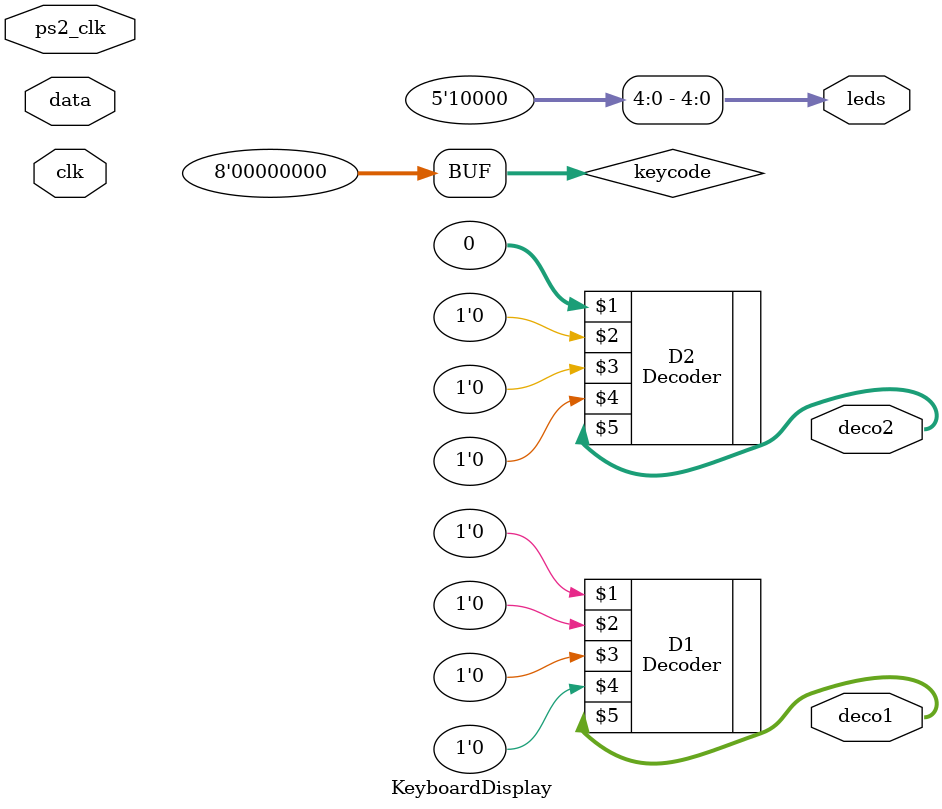
<source format=sv>
module KeyboardDisplay(input  logic clk,
                       input  logic ps2_clk,
                       input  logic data,
                       output logic [6:0] deco1, deco2,
							  output logic [5:0] leds);

logic      [7:0] keycode = 0;
localparam [7:0] W = 8'h1D;
localparam [7:0] A = 8'h1C;
localparam [7:0] S = 8'h1B;
localparam [7:0] D = 8'h23;

KeyboardController KC(.ps2_clk(ps2_clk), .data(data), .code(keycode));

Decoder D1(keycode[3], keycode[2], keycode[1], keycode[0], deco1);
Decoder D2(0, keycode[6], keycode[5], keycode[4], deco2);

assign leds[0] = (keycode == W) ? 1'b1 : 1'b0;
assign leds[1] = (keycode == A) ? 1'b1 : 1'b0;
assign leds[2] = (keycode == S) ? 1'b1 : 1'b0;
assign leds[3] = (keycode == D) ? 1'b1 : 1'b0;
assign leds[4] = ~(leds[0] | leds[1] | leds[2] | leds[3]);

endmodule // KeyboardDisplay

</source>
